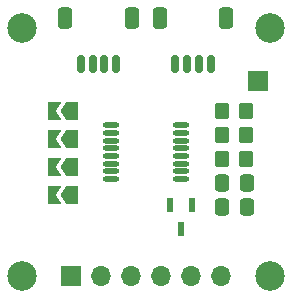
<source format=gbr>
%TF.GenerationSoftware,KiCad,Pcbnew,(7.0.0)*%
%TF.CreationDate,2023-02-19T16:47:07-06:00*%
%TF.ProjectId,ADS1219,41445331-3231-4392-9e6b-696361645f70,4*%
%TF.SameCoordinates,Original*%
%TF.FileFunction,Soldermask,Top*%
%TF.FilePolarity,Negative*%
%FSLAX46Y46*%
G04 Gerber Fmt 4.6, Leading zero omitted, Abs format (unit mm)*
G04 Created by KiCad (PCBNEW (7.0.0)) date 2023-02-19 16:47:07*
%MOMM*%
%LPD*%
G01*
G04 APERTURE LIST*
G04 Aperture macros list*
%AMRoundRect*
0 Rectangle with rounded corners*
0 $1 Rounding radius*
0 $2 $3 $4 $5 $6 $7 $8 $9 X,Y pos of 4 corners*
0 Add a 4 corners polygon primitive as box body*
4,1,4,$2,$3,$4,$5,$6,$7,$8,$9,$2,$3,0*
0 Add four circle primitives for the rounded corners*
1,1,$1+$1,$2,$3*
1,1,$1+$1,$4,$5*
1,1,$1+$1,$6,$7*
1,1,$1+$1,$8,$9*
0 Add four rect primitives between the rounded corners*
20,1,$1+$1,$2,$3,$4,$5,0*
20,1,$1+$1,$4,$5,$6,$7,0*
20,1,$1+$1,$6,$7,$8,$9,0*
20,1,$1+$1,$8,$9,$2,$3,0*%
%AMFreePoly0*
4,1,6,1.000000,0.000000,0.500000,-0.750000,-0.500000,-0.750000,-0.500000,0.750000,0.500000,0.750000,1.000000,0.000000,1.000000,0.000000,$1*%
%AMFreePoly1*
4,1,6,0.500000,-0.750000,-0.650000,-0.750000,-0.150000,0.000000,-0.650000,0.750000,0.500000,0.750000,0.500000,-0.750000,0.500000,-0.750000,$1*%
G04 Aperture macros list end*
%ADD10R,0.568000X1.258799*%
%ADD11R,1.700000X1.700000*%
%ADD12O,1.400000X0.449999*%
%ADD13RoundRect,0.150000X0.150000X0.625000X-0.150000X0.625000X-0.150000X-0.625000X0.150000X-0.625000X0*%
%ADD14RoundRect,0.250000X0.350000X0.650000X-0.350000X0.650000X-0.350000X-0.650000X0.350000X-0.650000X0*%
%ADD15C,2.500000*%
%ADD16FreePoly0,180.000000*%
%ADD17FreePoly1,180.000000*%
%ADD18RoundRect,0.250000X0.350000X0.450000X-0.350000X0.450000X-0.350000X-0.450000X0.350000X-0.450000X0*%
%ADD19RoundRect,0.250000X0.337500X0.475000X-0.337500X0.475000X-0.337500X-0.475000X0.337500X-0.475000X0*%
%ADD20O,1.700000X1.700000*%
%ADD21RoundRect,0.250000X-0.337500X-0.475000X0.337500X-0.475000X0.337500X0.475000X-0.337500X0.475000X0*%
G04 APERTURE END LIST*
D10*
%TO.C,U2*%
X174449959Y-90983999D03*
X172550039Y-90983999D03*
X173499999Y-93015999D03*
%TD*%
D11*
%TO.C,J4*%
X179999999Y-80499999D03*
%TD*%
D12*
%TO.C,U1*%
X167550000Y-84225000D03*
X167550000Y-84875001D03*
X167550000Y-85525000D03*
X167550000Y-86175001D03*
X167550000Y-86825000D03*
X167550000Y-87475001D03*
X167550000Y-88125000D03*
X167550000Y-88775001D03*
X173450001Y-88775001D03*
X173450001Y-88125000D03*
X173450001Y-87475001D03*
X173450001Y-86825000D03*
X173450001Y-86175001D03*
X173450001Y-85525000D03*
X173450001Y-84875001D03*
X173450001Y-84225000D03*
%TD*%
D13*
%TO.C,J1*%
X168000000Y-79000000D03*
X167000000Y-79000000D03*
X166000000Y-79000000D03*
X165000000Y-79000000D03*
D14*
X163700000Y-75125000D03*
X169300000Y-75125000D03*
%TD*%
D15*
%TO.C,H2*%
X181000000Y-76000000D03*
%TD*%
D16*
%TO.C,JP3*%
X164225000Y-87748570D03*
D17*
X162775000Y-87748570D03*
%TD*%
D13*
%TO.C,J3*%
X176000000Y-79000000D03*
X175000000Y-79000000D03*
X174000000Y-79000000D03*
X173000000Y-79000000D03*
D14*
X171700000Y-75125000D03*
X177300000Y-75125000D03*
%TD*%
D15*
%TO.C,H1*%
X160000000Y-76000000D03*
%TD*%
%TO.C,H4*%
X181000000Y-97000000D03*
%TD*%
D18*
%TO.C,R3*%
X179000000Y-83000000D03*
X177000000Y-83000000D03*
%TD*%
D16*
%TO.C,JP1*%
X164225000Y-83000000D03*
D17*
X162775000Y-83000000D03*
%TD*%
D19*
%TO.C,C1*%
X179037500Y-89096000D03*
X176962500Y-89096000D03*
%TD*%
D18*
%TO.C,R2*%
X179000000Y-87064000D03*
X177000000Y-87064000D03*
%TD*%
D15*
%TO.C,H3*%
X160020000Y-97000000D03*
%TD*%
D18*
%TO.C,R1*%
X179000000Y-85032000D03*
X177000000Y-85032000D03*
%TD*%
D11*
%TO.C,J2*%
X164149999Y-96999999D03*
D20*
X166689999Y-96999999D03*
X169229999Y-96999999D03*
X171769999Y-96999999D03*
X174309999Y-96999999D03*
X176849999Y-96999999D03*
%TD*%
D16*
%TO.C,JP4*%
X164225000Y-90122855D03*
D17*
X162775000Y-90122855D03*
%TD*%
D16*
%TO.C,JP2*%
X164225000Y-85374285D03*
D17*
X162775000Y-85374285D03*
%TD*%
D21*
%TO.C,C2*%
X176962500Y-91128000D03*
X179037500Y-91128000D03*
%TD*%
M02*

</source>
